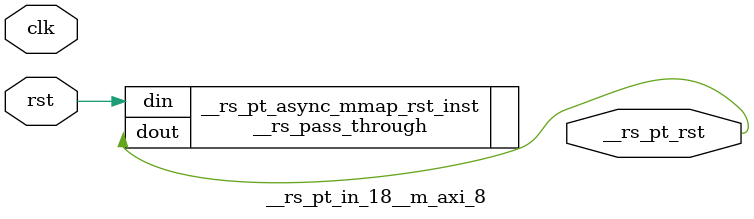
<source format=v>
`timescale 1 ns / 1 ps
/**   Generated by RapidStream   **/
module __rs_pt_in_18__m_axi_8 #(
    parameter BufferSize         = 32,
    parameter BufferSizeLog      = 5,
    parameter AddrWidth          = 64,
    parameter AxiSideAddrWidth   = 64,
    parameter DataWidth          = 512,
    parameter DataWidthBytesLog  = 6,
    parameter WaitTimeWidth      = 4,
    parameter BurstLenWidth      = 8,
    parameter EnableReadChannel  = 1,
    parameter EnableWriteChannel = 1,
    parameter MaxWaitTime        = 3,
    parameter MaxBurstLen        = 15
) (
    output wire __rs_pt_rst,
    input wire  clk,
    input wire  rst
);




__rs_pass_through #(
    .WIDTH (1)
) __rs_pt_async_mmap_rst_inst /**   Generated by RapidStream   **/ (
    .din  (rst),
    .dout (__rs_pt_rst)
);

endmodule  // __rs_pt_in_18__m_axi_8
</source>
